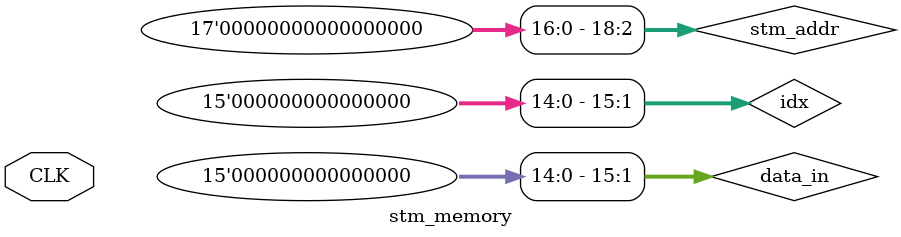
<source format=sv>
/*
 * File: stm_memory.sv
 * Project: stm
 * Created Date: 13/04/2022
 * Author: Shun Suzuki
 * -----
 * Last Modified: 02/11/2023
 * Modified By: Shun Suzuki (suzuki@hapis.k.u-tokyo.ac.jp)
 * -----
 * Copyright (c) 2022-2023 Shun Suzuki. All rights reserved.
 *
 */

`timescale 1ns / 1ps
module stm_memory (
    input var CLK,
    cpu_bus_if.stm_port CPU_BUS,
    stm_bus_if.memory_port STM_BUS
);

  bit bus_clk;
  bit stm_ena;
  bit we;
  bit [18:0] stm_addr;
  bit [15:0] data_in;

  bit [15:0] idx;
  bit [127:0] data_out;

  assign bus_clk = CPU_BUS.BUS_CLK;
  assign stm_ena = CPU_BUS.STM_EN;
  assign we = CPU_BUS.WE;
  assign stm_addr = {CPU_BUS.STM_MEM_PAGE, CPU_BUS.BRAM_ADDR};
  assign data_in = CPU_BUS.DATA_IN;
  assign idx = STM_BUS.ADDR;
  assign STM_BUS.DATA_OUT = data_out;

  BRAM_STM stm_bram (
      .clka (bus_clk),
      .ena  (stm_ena),
      .wea  (we),
      .addra(stm_addr),
      .dina (data_in),
      .douta(),
      .clkb (CLK),
      .web  ('0),
      .addrb(idx),
      .dinb ('0),
      .doutb(data_out)
  );

endmodule

</source>
